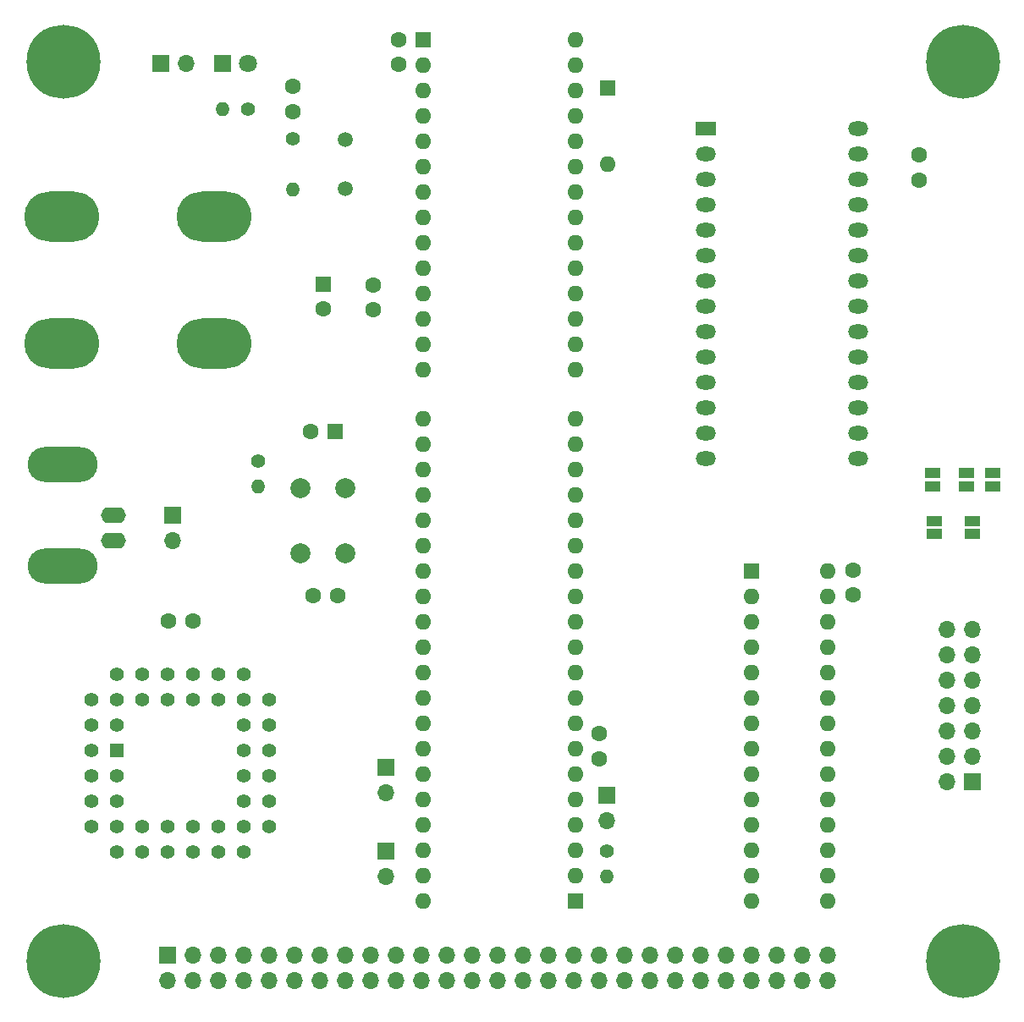
<source format=gbs>
G04 #@! TF.GenerationSoftware,KiCad,Pcbnew,7.0.10+1*
G04 #@! TF.CreationDate,2024-02-25T15:54:48+01:00*
G04 #@! TF.ProjectId,dd8_0v2,6464385f-3076-4322-9e6b-696361645f70,rev?*
G04 #@! TF.SameCoordinates,Original*
G04 #@! TF.FileFunction,Soldermask,Bot*
G04 #@! TF.FilePolarity,Negative*
%FSLAX46Y46*%
G04 Gerber Fmt 4.6, Leading zero omitted, Abs format (unit mm)*
G04 Created by KiCad (PCBNEW 7.0.10+1) date 2024-02-25 15:54:48*
%MOMM*%
%LPD*%
G01*
G04 APERTURE LIST*
%ADD10R,1.600000X1.600000*%
%ADD11O,1.600000X1.600000*%
%ADD12C,1.600000*%
%ADD13C,7.400000*%
%ADD14R,1.700000X1.700000*%
%ADD15O,1.700000X1.700000*%
%ADD16C,2.000000*%
%ADD17C,1.400000*%
%ADD18O,1.400000X1.400000*%
%ADD19C,1.500000*%
%ADD20R,2.000000X1.440000*%
%ADD21O,2.000000X1.440000*%
%ADD22R,1.800000X1.800000*%
%ADD23C,1.800000*%
%ADD24O,7.500000X5.000000*%
%ADD25O,2.500000X1.600000*%
%ADD26O,7.000000X3.500000*%
%ADD27R,1.422400X1.422400*%
%ADD28C,1.422400*%
%ADD29R,1.500000X1.000000*%
G04 APERTURE END LIST*
D10*
X123880000Y-125000000D03*
D11*
X123880000Y-127540000D03*
X123880000Y-130080000D03*
X123880000Y-132620000D03*
X123880000Y-135160000D03*
X123880000Y-137700000D03*
X123880000Y-140240000D03*
X123880000Y-142780000D03*
X123880000Y-145320000D03*
X123880000Y-147860000D03*
X123880000Y-150400000D03*
X123880000Y-152940000D03*
X123880000Y-155480000D03*
X123880000Y-158020000D03*
X131500000Y-158020000D03*
X131500000Y-155480000D03*
X131500000Y-152940000D03*
X131500000Y-150400000D03*
X131500000Y-147860000D03*
X131500000Y-145320000D03*
X131500000Y-142780000D03*
X131500000Y-140240000D03*
X131500000Y-137700000D03*
X131500000Y-135160000D03*
X131500000Y-132620000D03*
X131500000Y-130080000D03*
X131500000Y-127540000D03*
X131500000Y-125000000D03*
D12*
X65500000Y-130000000D03*
X68000000Y-130000000D03*
D13*
X55000000Y-74000000D03*
D12*
X134000000Y-124900000D03*
X134000000Y-127400000D03*
D14*
X109400000Y-147425000D03*
D15*
X109400000Y-149965000D03*
D16*
X78750000Y-123250000D03*
X78750000Y-116750000D03*
X83250000Y-123250000D03*
X83250000Y-116750000D03*
D10*
X82250000Y-111000000D03*
D12*
X79750000Y-111000000D03*
X140600000Y-83350000D03*
X140600000Y-85850000D03*
D14*
X66000000Y-119460000D03*
D15*
X66000000Y-122000000D03*
D14*
X146000000Y-146080000D03*
D15*
X143460000Y-146080000D03*
X146000000Y-143540000D03*
X143460000Y-143540000D03*
X146000000Y-141000000D03*
X143460000Y-141000000D03*
X146000000Y-138460000D03*
X143460000Y-138460000D03*
X146000000Y-135920000D03*
X143460000Y-135920000D03*
X146000000Y-133380000D03*
X143460000Y-133380000D03*
X146000000Y-130840000D03*
X143460000Y-130840000D03*
D13*
X55000000Y-164000000D03*
D17*
X109400000Y-153000000D03*
D18*
X109400000Y-155540000D03*
D13*
X145000000Y-164000000D03*
D19*
X83250000Y-86750000D03*
X83250000Y-81850000D03*
D20*
X119260000Y-80760000D03*
D21*
X119260000Y-83300000D03*
X119260000Y-85840000D03*
X119260000Y-88380000D03*
X119260000Y-90920000D03*
X119260000Y-93460000D03*
X119260000Y-96000000D03*
X119260000Y-98540000D03*
X119260000Y-101080000D03*
X119260000Y-103620000D03*
X119260000Y-106160000D03*
X119260000Y-108700000D03*
X119260000Y-111240000D03*
X119260000Y-113780000D03*
X134500000Y-113780000D03*
X134500000Y-111240000D03*
X134500000Y-108700000D03*
X134500000Y-106160000D03*
X134500000Y-103620000D03*
X134500000Y-101080000D03*
X134500000Y-98540000D03*
X134500000Y-96000000D03*
X134500000Y-93460000D03*
X134500000Y-90920000D03*
X134500000Y-88380000D03*
X134500000Y-85840000D03*
X134500000Y-83300000D03*
X134500000Y-80760000D03*
D10*
X106240000Y-158060000D03*
D11*
X106240000Y-155520000D03*
X106240000Y-152980000D03*
X106240000Y-150440000D03*
X106240000Y-147900000D03*
X106240000Y-145360000D03*
X106240000Y-142820000D03*
X106240000Y-140280000D03*
X106240000Y-137740000D03*
X106240000Y-135200000D03*
X106240000Y-132660000D03*
X106240000Y-130120000D03*
X106240000Y-127580000D03*
X106240000Y-125040000D03*
X106240000Y-122500000D03*
X106240000Y-119960000D03*
X106240000Y-117420000D03*
X106240000Y-114880000D03*
X106240000Y-112340000D03*
X106240000Y-109800000D03*
X91000000Y-109800000D03*
X91000000Y-112340000D03*
X91000000Y-114880000D03*
X91000000Y-117420000D03*
X91000000Y-119960000D03*
X91000000Y-122500000D03*
X91000000Y-125040000D03*
X91000000Y-127580000D03*
X91000000Y-130120000D03*
X91000000Y-132660000D03*
X91000000Y-135200000D03*
X91000000Y-137740000D03*
X91000000Y-140280000D03*
X91000000Y-142820000D03*
X91000000Y-145360000D03*
X91000000Y-147900000D03*
X91000000Y-150440000D03*
X91000000Y-152980000D03*
X91000000Y-155520000D03*
X91000000Y-158060000D03*
D22*
X70975000Y-74250000D03*
D23*
X73515000Y-74250000D03*
D10*
X109500000Y-76690000D03*
D11*
X109500000Y-84310000D03*
D13*
X145000000Y-74000000D03*
D14*
X87300000Y-144625000D03*
D15*
X87300000Y-147165000D03*
D10*
X91000000Y-71800000D03*
D11*
X91000000Y-74340000D03*
X91000000Y-76880000D03*
X91000000Y-79420000D03*
X91000000Y-81960000D03*
X91000000Y-84500000D03*
X91000000Y-87040000D03*
X91000000Y-89580000D03*
X91000000Y-92120000D03*
X91000000Y-94660000D03*
X91000000Y-97200000D03*
X91000000Y-99740000D03*
X91000000Y-102280000D03*
X91000000Y-104820000D03*
X106240000Y-104820000D03*
X106240000Y-102280000D03*
X106240000Y-99740000D03*
X106240000Y-97200000D03*
X106240000Y-94660000D03*
X106240000Y-92120000D03*
X106240000Y-89580000D03*
X106240000Y-87040000D03*
X106240000Y-84500000D03*
X106240000Y-81960000D03*
X106240000Y-79420000D03*
X106240000Y-76880000D03*
X106240000Y-74340000D03*
X106240000Y-71800000D03*
D14*
X87300000Y-153025000D03*
D15*
X87300000Y-155565000D03*
D24*
X54880000Y-89500000D03*
X70120000Y-89500000D03*
X54880000Y-102200000D03*
X70120000Y-102200000D03*
D25*
X60000000Y-119460000D03*
D26*
X54920000Y-124540000D03*
D25*
X60000000Y-122000000D03*
D26*
X54920000Y-114380000D03*
D12*
X86000000Y-96350000D03*
X86000000Y-98850000D03*
D17*
X78000000Y-81760000D03*
D18*
X78000000Y-86840000D03*
D14*
X65440000Y-163460000D03*
D15*
X65440000Y-166000000D03*
X67980000Y-163460000D03*
X67980000Y-166000000D03*
X70520000Y-163460000D03*
X70520000Y-166000000D03*
X73060000Y-163460000D03*
X73060000Y-166000000D03*
X75600000Y-163460000D03*
X75600000Y-166000000D03*
X78140000Y-163460000D03*
X78140000Y-166000000D03*
X80680000Y-163460000D03*
X80680000Y-166000000D03*
X83220000Y-163460000D03*
X83220000Y-166000000D03*
X85760000Y-163460000D03*
X85760000Y-166000000D03*
X88300000Y-163460000D03*
X88300000Y-166000000D03*
X90840000Y-163460000D03*
X90840000Y-166000000D03*
X93380000Y-163460000D03*
X93380000Y-166000000D03*
X95920000Y-163460000D03*
X95920000Y-166000000D03*
X98460000Y-163460000D03*
X98460000Y-166000000D03*
X101000000Y-163460000D03*
X101000000Y-166000000D03*
X103540000Y-163460000D03*
X103540000Y-166000000D03*
X106080000Y-163460000D03*
X106080000Y-166000000D03*
X108620000Y-163460000D03*
X108620000Y-166000000D03*
X111160000Y-163460000D03*
X111160000Y-166000000D03*
X113700000Y-163460000D03*
X113700000Y-166000000D03*
X116240000Y-163460000D03*
X116240000Y-166000000D03*
X118780000Y-163460000D03*
X118780000Y-166000000D03*
X121320000Y-163460000D03*
X121320000Y-166000000D03*
X123860000Y-163460000D03*
X123860000Y-166000000D03*
X126400000Y-163460000D03*
X126400000Y-166000000D03*
X128940000Y-163460000D03*
X128940000Y-166000000D03*
X131480000Y-163460000D03*
X131480000Y-166000000D03*
D12*
X82500000Y-127500000D03*
X80000000Y-127500000D03*
D17*
X74500000Y-114030000D03*
D18*
X74500000Y-116570000D03*
D12*
X88600000Y-74300000D03*
X88600000Y-71800000D03*
D27*
X60360000Y-142980000D03*
D28*
X57820000Y-145520000D03*
X60360000Y-145520000D03*
X57820000Y-148060000D03*
X60360000Y-148060000D03*
X57820000Y-150600000D03*
X60360000Y-153140000D03*
X60360000Y-150600000D03*
X62900000Y-153140000D03*
X62900000Y-150600000D03*
X65440000Y-153140000D03*
X65440000Y-150600000D03*
X67980000Y-153140000D03*
X67980000Y-150600000D03*
X70520000Y-153140000D03*
X70520000Y-150600000D03*
X73060000Y-153140000D03*
X75600000Y-150600000D03*
X73060000Y-150600000D03*
X75600000Y-148060000D03*
X73060000Y-148060000D03*
X75600000Y-145520000D03*
X73060000Y-145520000D03*
X75600000Y-142980000D03*
X73060000Y-142980000D03*
X75600000Y-140440000D03*
X73060000Y-140440000D03*
X75600000Y-137900000D03*
X73060000Y-135360000D03*
X73060000Y-137900000D03*
X70520000Y-135360000D03*
X70520000Y-137900000D03*
X67980000Y-135360000D03*
X67980000Y-137900000D03*
X65440000Y-135360000D03*
X65440000Y-137900000D03*
X62900000Y-135360000D03*
X62900000Y-137900000D03*
X60360000Y-135360000D03*
X57820000Y-137900000D03*
X60360000Y-137900000D03*
X57820000Y-140440000D03*
X60360000Y-140440000D03*
X57820000Y-142980000D03*
D12*
X78000000Y-79000000D03*
X78000000Y-76500000D03*
D17*
X73500000Y-78750000D03*
D18*
X70960000Y-78750000D03*
D12*
X108600000Y-141300000D03*
X108600000Y-143800000D03*
D14*
X64750000Y-74225000D03*
D15*
X67290000Y-74225000D03*
D10*
X81000000Y-96294888D03*
D12*
X81000000Y-98794888D03*
D29*
X142000000Y-115200000D03*
X142000000Y-116500000D03*
X145400000Y-115200000D03*
X145400000Y-116500000D03*
X142200000Y-120000000D03*
X142200000Y-121300000D03*
X148000000Y-115200000D03*
X148000000Y-116500000D03*
X146000000Y-120000000D03*
X146000000Y-121300000D03*
M02*

</source>
